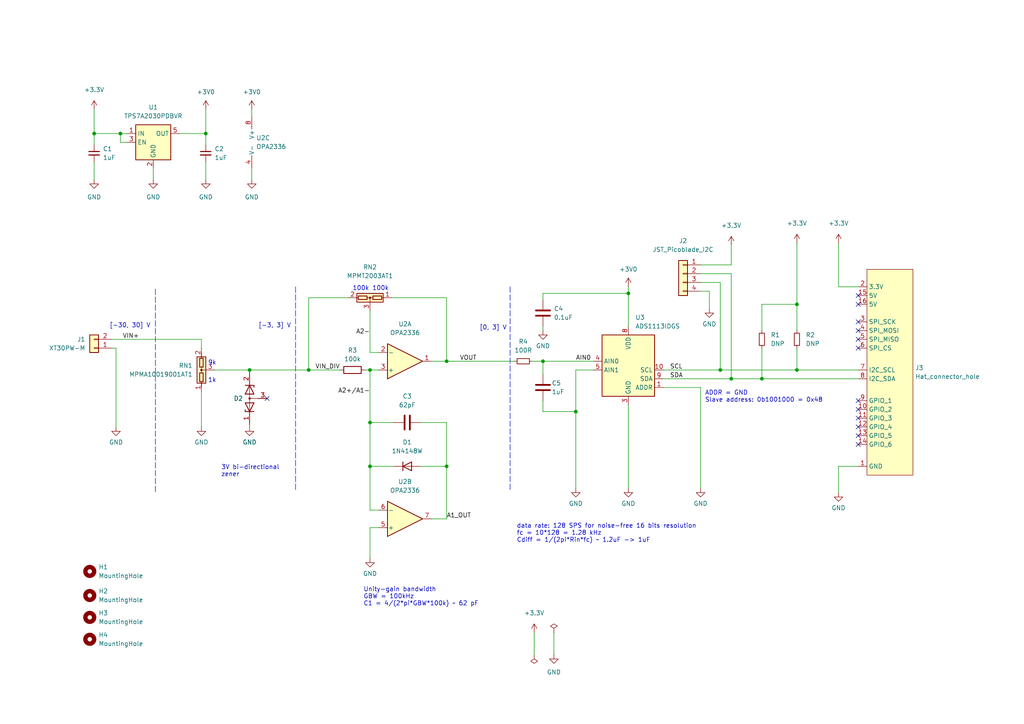
<source format=kicad_sch>
(kicad_sch (version 20211123) (generator eeschema)
  (paper "A4")
  (lib_symbols
    (symbol "0_amplifier_operational:OPA2336" (pin_names (offset 0.127))
      (property "Reference" "U" (at 0 5.08 0))
      (property "Value" "OPA2336" (at 0 -5.08 0))
      (symbol "OPA2336_1_1"
        (polyline (pts (xy -5.08 5.08) (xy 5.08 0) (xy -5.08 -5.08) (xy -5.08 5.08)) (stroke (width 0.254)) (fill (type background)))
        (pin output line (at 7.62 0 180) (length 2.54) (name "~") (number "1"))
        (pin input line (at -7.62 -2.54 0) (length 2.54) (name "-") (number "2"))
        (pin input line (at -7.62 2.54 0) (length 2.54) (name "+") (number "3"))
      )
      (symbol "OPA2336_2_1"
        (polyline (pts (xy -5.08 5.08) (xy 5.08 0) (xy -5.08 -5.08) (xy -5.08 5.08)) (stroke (width 0.254)) (fill (type background)))
        (pin input line (at -7.62 2.54 0) (length 2.54) (name "+") (number "5"))
        (pin input line (at -7.62 -2.54 0) (length 2.54) (name "-") (number "6"))
        (pin output line (at 7.62 0 180) (length 2.54) (name "~") (number "7"))
      )
      (symbol "OPA2336_3_1"
        (pin power_in line (at -2.54 -7.62 90) (length 3.81) (name "V-") (number "4"))
        (pin power_in line (at -2.54 7.62 270) (length 3.81) (name "V+") (number "8"))
      )
    )
    (symbol "0_connectors:Hat_connector_hole"
      (property "Reference" "J" (at 0 0 0))
      (property "Value" "Hat_connector_hole" (at 0 0 0))
      (symbol "Hat_connector_hole_0_0"
        (pin power_in line (at -8.89 -22.86 0) (length 2.54) (name "GND") (number "1"))
        (pin bidirectional line (at -8.89 -6.35 0) (length 2.54) (name "GPIO_2") (number "10"))
        (pin bidirectional line (at -8.89 -8.89 0) (length 2.54) (name "GPIO_3") (number "11"))
        (pin bidirectional line (at -8.89 -11.43 0) (length 2.54) (name "GPIO_4") (number "12"))
        (pin bidirectional line (at -8.89 -13.97 0) (length 2.54) (name "GPIO_5") (number "13"))
        (pin bidirectional line (at -8.89 -16.51 0) (length 2.54) (name "GPIO_6") (number "14"))
        (pin power_in line (at -8.89 26.67 0) (length 2.54) (name "5V") (number "15"))
        (pin power_in line (at -8.89 24.13 0) (length 2.54) (name "5V") (number "16"))
        (pin power_in line (at -8.89 29.21 0) (length 2.54) (name "3.3V") (number "2"))
        (pin output line (at -8.89 19.05 0) (length 2.54) (name "SPI_SCK") (number "3"))
        (pin output line (at -8.89 16.51 0) (length 2.54) (name "SPI_MOSI") (number "4"))
        (pin input line (at -8.89 13.97 0) (length 2.54) (name "SPI_MISO") (number "5"))
        (pin output line (at -8.89 11.43 0) (length 2.54) (name "SPI_CS") (number "6"))
        (pin output line (at -8.89 5.08 0) (length 2.54) (name "I2C_SCL") (number "7"))
        (pin bidirectional line (at -8.89 2.54 0) (length 2.54) (name "I2C_SDA") (number "8"))
        (pin bidirectional line (at -8.89 -3.81 0) (length 2.54) (name "GPIO_1") (number "9"))
      )
      (symbol "Hat_connector_hole_0_1"
        (rectangle (start -6.35 34.29) (end 6.985 -25.4) (fill (type background)))
      )
    )
    (symbol "0_regulator_linear:TPS7A2030PDBVR"
      (property "Reference" "U" (at 0 0 0))
      (property "Value" "TPS7A2030PDBVR" (at 0 8.255 0))
      (symbol "TPS7A2030PDBVR_0_1"
        (rectangle (start -5.08 -5.08) (end 5.08 5.08) (stroke (width 0.254)) (fill (type background)))
        (pin power_in line (at -7.62 2.54 0) (length 2.54) (name "IN") (number "1"))
        (pin power_in line (at 0 -7.62 90) (length 2.54) (name "GND") (number "2"))
        (pin input line (at -7.62 0 0) (length 2.54) (name "EN") (number "3"))
        (pin no_connect line (at 5.08 0 180) (length 2.54) hide (name "NC") (number "4"))
        (pin power_out line (at 7.62 2.54 180) (length 2.54) (name "OUT") (number "5"))
      )
    )
    (symbol "Analog_ADC:ADS1113IDGS"
      (property "Reference" "U" (at 2.54 13.97 0))
      (property "Value" "ADS1113IDGS" (at 7.62 11.43 0))
      (symbol "ADS1113IDGS_0_1"
        (rectangle (start -7.62 10.16) (end 7.62 -7.62) (stroke (width 0.254)) (fill (type background)))
      )
      (symbol "ADS1113IDGS_1_1"
        (pin input line (at 10.16 -5.08 180) (length 2.54) (name "ADDR") (number "1"))
        (pin input line (at 10.16 0 180) (length 2.54) (name "SCL") (number "10"))
        (pin no_connect line (at 7.62 7.62 180) (length 2.54) hide (name "~") (number "2"))
        (pin power_in line (at 0 -10.16 90) (length 2.54) (name "GND") (number "3"))
        (pin input line (at -10.16 2.54 0) (length 2.54) (name "AIN0") (number "4"))
        (pin input line (at -10.16 0 0) (length 2.54) (name "AIN1") (number "5"))
        (pin no_connect line (at 7.62 5.08 180) (length 2.54) hide (name "~") (number "6"))
        (pin no_connect line (at 7.62 2.54 180) (length 2.54) hide (name "~") (number "7"))
        (pin power_in line (at 0 12.7 270) (length 2.54) (name "VDD") (number "8"))
        (pin bidirectional line (at 10.16 -2.54 180) (length 2.54) (name "SDA") (number "9"))
      )
    )
    (symbol "Connector_Generic:Conn_01x02" (pin_names (offset 1.016) hide)
      (property "Reference" "J" (at 0 2.54 0))
      (property "Value" "Conn_01x02" (at 0 -5.08 0))
      (symbol "Conn_01x02_1_1"
        (rectangle (start -1.27 -2.413) (end 0 -2.667) (stroke (width 0.1524)))
        (rectangle (start -1.27 0.127) (end 0 -0.127) (stroke (width 0.1524)))
        (rectangle (start -1.27 1.27) (end 1.27 -3.81) (stroke (width 0.254)) (fill (type background)))
        (pin passive line (at -5.08 0 0) (length 3.81) (name "Pin_1") (number "1"))
        (pin passive line (at -5.08 -2.54 0) (length 3.81) (name "Pin_2") (number "2"))
      )
    )
    (symbol "Connector_Generic:Conn_01x04" (pin_names (offset 1.016) hide)
      (property "Reference" "J" (at 0 5.08 0))
      (property "Value" "Conn_01x04" (at 0 -7.62 0))
      (symbol "Conn_01x04_1_1"
        (rectangle (start -1.27 -4.953) (end 0 -5.207) (stroke (width 0.1524)))
        (rectangle (start -1.27 -2.413) (end 0 -2.667) (stroke (width 0.1524)))
        (rectangle (start -1.27 0.127) (end 0 -0.127) (stroke (width 0.1524)))
        (rectangle (start -1.27 2.667) (end 0 2.413) (stroke (width 0.1524)))
        (rectangle (start -1.27 3.81) (end 1.27 -6.35) (stroke (width 0.254)) (fill (type background)))
        (pin passive line (at -5.08 2.54 0) (length 3.81) (name "Pin_1") (number "1"))
        (pin passive line (at -5.08 0 0) (length 3.81) (name "Pin_2") (number "2"))
        (pin passive line (at -5.08 -2.54 0) (length 3.81) (name "Pin_3") (number "3"))
        (pin passive line (at -5.08 -5.08 0) (length 3.81) (name "Pin_4") (number "4"))
      )
    )
    (symbol "Device:C" (pin_numbers hide) (pin_names (offset 0.254))
      (property "Reference" "C" (at 0.635 2.54 0))
      (property "Value" "C" (at 0.635 -2.54 0))
      (symbol "C_0_1"
        (polyline (pts (xy -2.032 -0.762) (xy 2.032 -0.762)) (stroke (width 0.508)))
        (polyline (pts (xy -2.032 0.762) (xy 2.032 0.762)) (stroke (width 0.508)))
      )
      (symbol "C_1_1"
        (pin passive line (at 0 3.81 270) (length 2.794) (name "~") (number "1"))
        (pin passive line (at 0 -3.81 90) (length 2.794) (name "~") (number "2"))
      )
    )
    (symbol "Device:C_Small" (pin_numbers hide) (pin_names (offset 0.254) hide)
      (property "Reference" "C" (at 0.254 1.778 0))
      (property "Value" "C_Small" (at 0.254 -2.032 0))
      (symbol "C_Small_0_1"
        (polyline (pts (xy -1.524 -0.508) (xy 1.524 -0.508)) (stroke (width 0.3302)))
        (polyline (pts (xy -1.524 0.508) (xy 1.524 0.508)) (stroke (width 0.3048)))
      )
      (symbol "C_Small_1_1"
        (pin passive line (at 0 2.54 270) (length 2.032) (name "~") (number "1"))
        (pin passive line (at 0 -2.54 90) (length 2.032) (name "~") (number "2"))
      )
    )
    (symbol "Device:D_Zener_Dual_CommonAnode_KKA" (pin_names (offset 0.762) hide)
      (property "Reference" "D" (at 1.27 -2.54 0))
      (property "Value" "D_Zener_Dual_CommonAnode_KKA" (at 0 2.54 0))
      (symbol "D_Zener_Dual_CommonAnode_KKA_0_1"
        (polyline (pts (xy -3.556 0) (xy 3.81 0)))
        (polyline (pts (xy 0 0) (xy 0 -2.54)))
        (polyline (pts (xy -3.81 -1.27) (xy -3.81 1.27) (xy -3.302 1.27)) (stroke (width 0.254)))
        (polyline (pts (xy 3.302 -1.27) (xy 3.81 -1.27) (xy 3.81 1.27)) (stroke (width 0.254)))
        (polyline (pts (xy -1.27 -1.27) (xy -3.81 0) (xy -1.27 1.27) (xy -1.27 -1.27) (xy -1.27 -1.27) (xy -1.27 -1.27)) (stroke (width 0.254)))
        (polyline (pts (xy 1.27 1.27) (xy 3.81 0) (xy 1.27 -1.27) (xy 1.27 1.27) (xy 1.27 1.27) (xy 1.27 1.27)) (stroke (width 0.254)))
        (circle (center 0 0) (radius 0.254) (fill (type outline)))
        (pin passive line (at -7.62 0 0) (length 3.81) (name "K") (number "1"))
        (pin passive line (at 7.62 0 180) (length 3.81) (name "K") (number "2"))
        (pin passive line (at 0 -5.08 90) (length 2.54) (name "A") (number "3"))
      )
    )
    (symbol "Device:R" (pin_numbers hide) (pin_names (offset 0))
      (property "Reference" "R" (at 2.032 0 90))
      (property "Value" "R" (at 0 0 90))
      (symbol "R_0_1"
        (rectangle (start -1.016 -2.54) (end 1.016 2.54) (stroke (width 0.254)))
      )
      (symbol "R_1_1"
        (pin passive line (at 0 3.81 270) (length 1.27) (name "~") (number "1"))
        (pin passive line (at 0 -3.81 90) (length 1.27) (name "~") (number "2"))
      )
    )
    (symbol "Device:R_Small" (pin_numbers hide) (pin_names (offset 0.254) hide)
      (property "Reference" "R" (at 0.762 0.508 0))
      (property "Value" "R_Small" (at 0.762 -1.016 0))
      (symbol "R_Small_0_1"
        (rectangle (start -0.762 1.778) (end 0.762 -1.778) (stroke (width 0.2032)))
      )
      (symbol "R_Small_1_1"
        (pin passive line (at 0 2.54 270) (length 0.762) (name "~") (number "1"))
        (pin passive line (at 0 -2.54 90) (length 0.762) (name "~") (number "2"))
      )
    )
    (symbol "Device:VoltageDivider_CenterPin3" (pin_names (offset 0) hide)
      (property "Reference" "RN" (at -4.445 0 90))
      (property "Value" "VoltageDivider_CenterPin3" (at -2.54 0 90))
      (symbol "VoltageDivider_CenterPin3_0_1"
        (rectangle (start -1.27 -3.81) (end 1.27 3.81) (stroke (width 0.254)) (fill (type background)))
        (rectangle (start -0.508 -3.3782) (end 0.508 -0.8382) (stroke (width 0.254)))
        (rectangle (start -0.508 3.3782) (end 0.508 0.8382) (stroke (width 0.254)))
        (polyline (pts (xy 0 -5.08) (xy 0 -3.429)))
        (polyline (pts (xy 0 0.889) (xy 0 -0.889)))
        (polyline (pts (xy 0 5.08) (xy 0 3.3782)))
        (polyline (pts (xy 1.27 0) (xy 0 0)))
        (circle (center 0 0.0254) (radius 0.254) (fill (type outline)))
      )
      (symbol "VoltageDivider_CenterPin3_1_1"
        (pin passive line (at 0 6.35 270) (length 2.54) (name "~") (number "1"))
        (pin passive line (at 0 -6.35 90) (length 2.54) (name "~") (number "2"))
        (pin passive line (at 3.81 0 180) (length 2.54) (name "~") (number "3"))
      )
    )
    (symbol "Diode:1N4148W" (pin_numbers hide) (pin_names hide)
      (property "Reference" "D" (at 0 2.54 0))
      (property "Value" "1N4148W" (at 0 -2.54 0))
      (symbol "1N4148W_0_1"
        (polyline (pts (xy -1.27 1.27) (xy -1.27 -1.27)) (stroke (width 0.254)))
        (polyline (pts (xy 1.27 0) (xy -1.27 0)))
        (polyline (pts (xy 1.27 1.27) (xy 1.27 -1.27) (xy -1.27 0) (xy 1.27 1.27)) (stroke (width 0.254)))
      )
      (symbol "1N4148W_1_1"
        (pin passive line (at -3.81 0 0) (length 2.54) (name "K") (number "1"))
        (pin passive line (at 3.81 0 180) (length 2.54) (name "A") (number "2"))
      )
    )
    (symbol "Mechanical:MountingHole" (pin_names (offset 1.016))
      (property "Reference" "H" (at 0 5.08 0))
      (property "Value" "MountingHole" (at 0 3.175 0))
      (symbol "MountingHole_0_1"
        (circle (center 0 0) (radius 1.27) (stroke (width 1.27)))
      )
    )
    (symbol "power:+3.3V" (power) (pin_names (offset 0))
      (property "Value" "+3.3V" (at 0 3.556 0))
      (symbol "+3.3V_0_1"
        (polyline (pts (xy -0.762 1.27) (xy 0 2.54)))
        (polyline (pts (xy 0 0) (xy 0 2.54)))
        (polyline (pts (xy 0 2.54) (xy 0.762 1.27)))
      )
      (symbol "+3.3V_1_1"
        (pin power_in line (at 0 0 90) (length 0) hide (name "+3.3V") (number "1"))
      )
    )
    (symbol "power:+3V0" (power) (pin_names (offset 0))
      (property "Value" "+3V0" (at 0 3.556 0))
      (symbol "+3V0_0_1"
        (polyline (pts (xy -0.762 1.27) (xy 0 2.54)))
        (polyline (pts (xy 0 0) (xy 0 2.54)))
        (polyline (pts (xy 0 2.54) (xy 0.762 1.27)))
      )
      (symbol "+3V0_1_1"
        (pin power_in line (at 0 0 90) (length 0) hide (name "+3V0") (number "1"))
      )
    )
    (symbol "power:GND" (power) (pin_names (offset 0))
      (property "Value" "GND" (at 0 -3.81 0))
      (symbol "GND_0_1"
        (polyline (pts (xy 0 0) (xy 0 -1.27) (xy 1.27 -1.27) (xy 0 -2.54) (xy -1.27 -1.27) (xy 0 -1.27)))
      )
      (symbol "GND_1_1"
        (pin power_in line (at 0 0 270) (length 0) hide (name "GND") (number "1"))
      )
    )
    (symbol "power:PWR_FLAG" (power) (pin_numbers hide) (pin_names (offset 0) hide)
      (property "Value" "PWR_FLAG" (at 0 3.81 0))
      (symbol "PWR_FLAG_0_0"
        (pin power_out line (at 0 0 90) (length 0) (name "pwr") (number "1"))
      )
      (symbol "PWR_FLAG_0_1"
        (polyline (pts (xy 0 0) (xy 0 1.27) (xy -1.016 1.905) (xy 0 2.54) (xy 1.016 1.905) (xy 0 1.27)))
      )
    )
  )
  (junction (at 157.48 104.775))
  (junction (at 107.315 122.555))
  (junction (at 212.09 109.855))
  (junction (at 27.305 38.735))
  (junction (at 220.98 109.855))
  (junction (at 34.925 38.735))
  (junction (at 107.315 107.315))
  (junction (at 129.54 135.255))
  (junction (at 231.14 88.265))
  (junction (at 167.005 119.38))
  (junction (at 231.14 107.315))
  (junction (at 107.315 135.255))
  (junction (at 89.535 107.315))
  (junction (at 129.54 104.775))
  (junction (at 182.245 85.09))
  (junction (at 208.915 107.315))
  (junction (at 72.39 107.315))
  (junction (at 59.69 38.735))
  (no_connect (at 248.92 85.725))
  (no_connect (at 248.92 98.425))
  (no_connect (at 248.92 95.885))
  (no_connect (at 248.92 93.345))
  (no_connect (at 248.92 88.265))
  (no_connect (at 248.92 100.965))
  (no_connect (at 248.92 121.285))
  (no_connect (at 248.92 116.205))
  (no_connect (at 248.92 118.745))
  (no_connect (at 248.92 123.825))
  (no_connect (at 248.92 128.905))
  (no_connect (at 248.92 126.365))
  (no_connect (at 77.47 115.57))
  (wire (pts (xy 157.48 104.775) (xy 172.085 104.775)))
  (wire (pts (xy 231.14 88.265) (xy 231.14 95.885)))
  (wire (pts (xy 125.095 104.775) (xy 129.54 104.775)))
  (wire (pts (xy 72.39 123.825) (xy 72.39 123.19)))
  (wire (pts (xy 36.83 41.275) (xy 34.925 41.275)))
  (wire (pts (xy 89.535 107.315) (xy 98.425 107.315)))
  (wire (pts (xy 205.74 84.455) (xy 203.2 84.455)))
  (wire (pts (xy 107.315 135.255) (xy 107.315 122.555)))
  (wire (pts (xy 73.025 48.895) (xy 73.025 52.07)))
  (wire (pts (xy 167.005 119.38) (xy 167.005 107.315)))
  (wire (pts (xy 32.385 98.425) (xy 58.42 98.425)))
  (wire (pts (xy 100.965 86.36) (xy 89.535 86.36)))
  (wire (pts (xy 58.42 98.425) (xy 58.42 100.965)))
  (wire (pts (xy 129.54 150.495) (xy 129.54 135.255)))
  (wire (pts (xy 107.315 122.555) (xy 114.3 122.555)))
  (wire (pts (xy 59.69 31.75) (xy 59.69 38.735)))
  (wire (pts (xy 59.69 46.99) (xy 59.69 52.07)))
  (wire (pts (xy 129.54 135.255) (xy 121.92 135.255)))
  (wire (pts (xy 27.305 46.99) (xy 27.305 52.07)))
  (wire (pts (xy 107.315 107.315) (xy 107.315 122.555)))
  (wire (pts (xy 129.54 122.555) (xy 121.92 122.555)))
  (wire (pts (xy 243.205 142.875) (xy 243.205 135.255)))
  (wire (pts (xy 157.48 119.38) (xy 167.005 119.38)))
  (wire (pts (xy 243.205 83.185) (xy 248.92 83.185)))
  (wire (pts (xy 107.315 153.035) (xy 109.855 153.035)))
  (wire (pts (xy 33.655 100.965) (xy 33.655 123.825)))
  (wire (pts (xy 109.855 102.235) (xy 107.315 102.235)))
  (wire (pts (xy 157.48 94.615) (xy 157.48 95.885)))
  (wire (pts (xy 106.045 107.315) (xy 107.315 107.315)))
  (wire (pts (xy 160.655 189.865) (xy 160.655 183.515)))
  (wire (pts (xy 129.54 104.775) (xy 149.225 104.775)))
  (wire (pts (xy 89.535 86.36) (xy 89.535 107.315)))
  (wire (pts (xy 182.245 117.475) (xy 182.245 141.605)))
  (wire (pts (xy 157.48 85.09) (xy 157.48 86.995)))
  (wire (pts (xy 157.48 116.205) (xy 157.48 119.38)))
  (wire (pts (xy 27.305 38.735) (xy 27.305 41.91)))
  (wire (pts (xy 34.925 41.275) (xy 34.925 38.735)))
  (wire (pts (xy 220.98 95.885) (xy 220.98 88.265)))
  (wire (pts (xy 192.405 109.855) (xy 212.09 109.855)))
  (wire (pts (xy 208.915 81.915) (xy 208.915 107.315)))
  (wire (pts (xy 212.09 71.12) (xy 212.09 76.835)))
  (wire (pts (xy 154.94 183.515) (xy 154.94 189.865)))
  (wire (pts (xy 62.23 107.315) (xy 72.39 107.315)))
  (wire (pts (xy 212.09 109.855) (xy 220.98 109.855)))
  (wire (pts (xy 212.09 79.375) (xy 212.09 109.855)))
  (wire (pts (xy 107.315 161.925) (xy 107.315 153.035)))
  (wire (pts (xy 205.74 89.535) (xy 205.74 84.455)))
  (wire (pts (xy 107.315 107.315) (xy 109.855 107.315)))
  (wire (pts (xy 182.245 83.185) (xy 182.245 85.09)))
  (wire (pts (xy 27.305 38.735) (xy 34.925 38.735)))
  (wire (pts (xy 34.925 38.735) (xy 36.83 38.735)))
  (wire (pts (xy 125.095 150.495) (xy 129.54 150.495)))
  (wire (pts (xy 220.98 88.265) (xy 231.14 88.265)))
  (wire (pts (xy 109.855 147.955) (xy 107.315 147.955)))
  (polyline (pts (xy 45.085 83.82) (xy 45.085 142.875)))
  (wire (pts (xy 129.54 135.255) (xy 129.54 122.555)))
  (wire (pts (xy 231.14 100.965) (xy 231.14 107.315)))
  (wire (pts (xy 167.005 107.315) (xy 172.085 107.315)))
  (wire (pts (xy 203.2 112.395) (xy 192.405 112.395)))
  (wire (pts (xy 107.315 147.955) (xy 107.315 135.255)))
  (wire (pts (xy 157.48 104.775) (xy 157.48 108.585)))
  (wire (pts (xy 243.205 135.255) (xy 248.92 135.255)))
  (wire (pts (xy 113.665 86.36) (xy 129.54 86.36)))
  (wire (pts (xy 182.245 85.09) (xy 182.245 94.615)))
  (wire (pts (xy 231.14 70.485) (xy 231.14 88.265)))
  (wire (pts (xy 208.915 107.315) (xy 231.14 107.315)))
  (wire (pts (xy 203.2 81.915) (xy 208.915 81.915)))
  (wire (pts (xy 44.45 52.07) (xy 44.45 48.895)))
  (wire (pts (xy 182.245 85.09) (xy 157.48 85.09)))
  (wire (pts (xy 72.39 107.315) (xy 89.535 107.315)))
  (wire (pts (xy 129.54 86.36) (xy 129.54 104.775)))
  (wire (pts (xy 203.2 79.375) (xy 212.09 79.375)))
  (wire (pts (xy 27.305 31.75) (xy 27.305 38.735)))
  (wire (pts (xy 167.005 119.38) (xy 167.005 141.605)))
  (wire (pts (xy 231.14 107.315) (xy 248.92 107.315)))
  (wire (pts (xy 243.205 70.485) (xy 243.205 83.185)))
  (wire (pts (xy 58.42 113.665) (xy 58.42 123.825)))
  (wire (pts (xy 59.69 38.735) (xy 59.69 41.91)))
  (wire (pts (xy 107.315 102.235) (xy 107.315 90.17)))
  (wire (pts (xy 192.405 107.315) (xy 208.915 107.315)))
  (wire (pts (xy 203.2 112.395) (xy 203.2 141.605)))
  (wire (pts (xy 72.39 107.315) (xy 72.39 107.95)))
  (wire (pts (xy 107.315 135.255) (xy 114.3 135.255)))
  (polyline (pts (xy 147.955 83.185) (xy 147.955 142.24)))
  (wire (pts (xy 220.98 100.965) (xy 220.98 109.855)))
  (wire (pts (xy 154.305 104.775) (xy 157.48 104.775)))
  (wire (pts (xy 220.98 109.855) (xy 248.92 109.855)))
  (polyline (pts (xy 85.725 83.185) (xy 85.725 142.24)))
  (wire (pts (xy 33.655 100.965) (xy 32.385 100.965)))
  (wire (pts (xy 59.69 38.735) (xy 52.07 38.735)))
  (wire (pts (xy 73.025 31.75) (xy 73.025 33.655)))
  (wire (pts (xy 212.09 76.835) (xy 203.2 76.835)))
  (text "[-3, 3] V" (at 74.93 95.25 0) (effects (font (size 1.27 1.27)) (justify left bottom)))
  (text "data rate: 128 SPS for noise-free 16 bits resolution\nfc = 10*128 = 1.28 kHz\nCdiff = 1/(2pi*Rin*fc) ~ 1.2uF -> 1uF " (at 149.86 157.48 0) (effects (font (size 1.27 1.27)) (justify left bottom)))
  (text "[-30, 30] V" (at 31.75 95.25 0) (effects (font (size 1.27 1.27)) (justify left bottom)))
  (text "9k" (at 60.325 106.045 0) (effects (font (size 1.27 1.27)) (justify left bottom)))
  (text "100k" (at 102.235 84.455 0) (effects (font (size 1.27 1.27)) (justify left bottom)))
  (text "100k" (at 107.95 84.455 0) (effects (font (size 1.27 1.27)) (justify left bottom)))
  (text "[0, 3] V" (at 139.065 95.885 0) (effects (font (size 1.27 1.27)) (justify left bottom)))
  (text "3V bi-directional \nzener" (at 64.135 138.43 0) (effects (font (size 1.27 1.27)) (justify left bottom)))
  (text "1k" (at 60.325 111.125 0) (effects (font (size 1.27 1.27)) (justify left bottom)))
  (text "Unity-gain bandwidth \nGBW = 100kHz\nC1 = 4/(2*pi*GBW*100k) ~ 62 pF" (at 105.41 175.895 0) (effects (font (size 1.27 1.27)) (justify left bottom)))
  (text "ADDR = GND\nSlave address: 0b1001000 = 0x48\n" (at 204.47 116.84 0) (effects (font (size 1.27 1.27)) (justify left bottom)))
  (label "SDA" (at 194.31 109.855 0))
  (label "VOUT" (at 133.35 104.775 0))
  (label "AIN0" (at 167.005 104.775 0))
  (label "A1_OUT" (at 129.54 150.495 0))
  (label "VIN+" (at 35.56 98.425 0))
  (label "VIN_DIV" (at 91.44 107.315 0))
  (label "A2+{slash}A1-" (at 107.315 114.3 180))
  (label "A2-" (at 107.315 97.155 180))
  (label "SCL" (at 194.31 107.315 0))
  (symbol (lib_id "Mechanical:MountingHole") (at 26.035 179.07 0) (unit 1) (in_bom no)
    (property "Reference" "H3" (at 28.575 177.7999 0) (effects (justify left)))
    (property "Value" "MountingHole" (at 28.575 180.3399 0) (effects (justify left)))
    (property "Footprint" "MountingHole:MountingHole_2.2mm_M2" (effects hide))
  )
  (symbol (lib_id "Device:C_Small") (at 27.305 44.45 0) (unit 1)
    (property "Reference" "C1" (at 29.845 43.1862 0) (effects (justify left)))
    (property "Value" "1uF" (at 29.845 45.7262 0) (effects (justify left)))
    (property "Footprint" "Capacitor_SMD:C_0603_1608Metric" (effects hide))
  )
  (symbol (lib_id "0_amplifier_operational:OPA2336") (at 75.565 41.275 0) (unit 3)
    (property "Reference" "U2" (at 74.295 40.0049 0) (effects (justify left)))
    (property "Value" "OPA2336" (at 74.295 42.5449 0) (effects (justify left)))
    (property "Footprint" "Package_SO:SOIC-8_3.9x4.9mm_P1.27mm" (effects hide))
    (property "Datasheet" "https://www.ti.com/lit/ds/sbos068c/sbos068c.pdf" (effects hide))
    (property "Manufacturer ref" "OPA2336UA/2K5" (effects hide))
    (property "Digikey ref" "296-41352-1-ND" (effects hide))
  )
  (symbol (lib_id "power:+3V0") (at 59.69 31.75 0) (unit 1)
    (property "Reference" "#PWR05" (effects hide))
    (property "Value" "+3V0" (at 59.69 26.67 0))
  )
  (symbol (lib_id "power:+3.3V") (at 212.09 71.12 0) (unit 1)
    (property "Reference" "#PWR018" (effects hide))
    (property "Value" "+3.3V" (at 212.09 65.405 0))
  )
  (symbol (lib_id "Connector_Generic:Conn_01x02") (at 27.305 100.965 180) (unit 1)
    (property "Reference" "J1" (at 24.765 98.425 0) (effects (justify left)))
    (property "Value" "XT30PW-M" (at 24.765 100.965 0) (effects (justify left)))
    (property "Footprint" "0_connectors:AMASS_XT30PW-M_1x02_P2.50mm_Horizontal" (effects hide))
    (property "Datasheet" "https://www.tme.eu/Document/6eb2005a51a52592b3f19e8a450c54c8/XT30PW-M.pdf" (effects hide))
    (property "Manufacturer ref" "XT30PW-M" (effects hide))
    (property "TME ref" "XT30PW-M" (effects hide))
  )
  (symbol (lib_id "power:GND") (at 243.205 142.875 0) (unit 1)
    (property "Reference" "#PWR022" (effects hide))
    (property "Value" "GND" (at 243.205 147.32 0))
  )
  (symbol (lib_id "power:+3V0") (at 182.245 83.185 0) (unit 1)
    (property "Reference" "#PWR014" (effects hide))
    (property "Value" "+3V0" (at 182.245 78.105 0))
  )
  (symbol (lib_id "Analog_ADC:ADS1113IDGS") (at 182.245 107.315 0) (unit 1)
    (property "Reference" "U3" (at 184.2644 92.075 0) (effects (justify left)))
    (property "Value" "ADS1113IDGS" (at 184.2644 94.615 0) (effects (justify left)))
    (property "Footprint" "Package_SO:TSSOP-10_3x3mm_P0.5mm" (effects hide))
    (property "Datasheet" "http://www.ti.com/lit/ds/symlink/ads1113.pdf" (effects hide))
    (property "Manufacturer ref" "ADS1113IDGST" (effects hide))
    (property "Digikey ref" "296-24930-1-ND" (effects hide))
  )
  (symbol (lib_id "power:+3V0") (at 73.025 31.75 0) (unit 1)
    (property "Reference" "#PWR08" (effects hide))
    (property "Value" "+3V0" (at 73.025 26.67 0))
  )
  (symbol (lib_id "power:PWR_FLAG") (at 154.94 189.865 180) (unit 1)
    (property "Reference" "#FLG0102" (effects hide))
    (property "Value" "PWR_FLAG" (effects hide))
  )
  (symbol (lib_id "Device:D_Zener_Dual_CommonAnode_KKA") (at 72.39 115.57 90) (unit 1)
    (property "Reference" "D2" (at 70.485 115.57 90) (effects (justify left)))
    (property "Value" "DAZ23C3V0-7-F" (at 69.215 116.8399 90) (effects (font (size 0 0)) (justify left)))
    (property "Footprint" "Package_TO_SOT_SMD:SOT-23" (effects hide))
    (property "Datasheet" "https://www.diodes.com/assets/Datasheets/AZ23C2V7-AZ23C51.pdf" (effects hide))
    (property "Manufacturer ref" "DAZ23C3V0-7-F" (effects hide))
    (property "Digikey ref" "AZ23C3V0-FDICT-ND" (effects hide))
  )
  (symbol (lib_id "power:GND") (at 167.005 141.605 0) (unit 1)
    (property "Reference" "#PWR013" (effects hide))
    (property "Value" "GND" (at 167.005 146.05 0))
  )
  (symbol (lib_id "power:+3.3V") (at 27.305 31.75 0) (unit 1)
    (property "Reference" "#PWR01" (effects hide))
    (property "Value" "+3.3V" (at 27.305 26.035 0))
  )
  (symbol (lib_id "Device:C") (at 157.48 112.395 0) (unit 1)
    (property "Reference" "C5" (at 160.02 111.125 0) (effects (justify left)))
    (property "Value" "1uF" (at 160.02 113.665 0) (effects (justify left)))
    (property "Footprint" "Capacitor_SMD:C_0603_1608Metric" (effects hide))
  )
  (symbol (lib_id "Device:R_Small") (at 220.98 98.425 0) (unit 1)
    (property "Reference" "R1" (at 223.52 97.1549 0) (effects (justify left)))
    (property "Value" "DNP" (at 223.52 99.6949 0) (effects (justify left)))
    (property "Footprint" "Capacitor_SMD:C_0603_1608Metric" (effects hide))
  )
  (symbol (lib_id "0_connectors:Hat_connector_hole") (at 257.81 112.395 0) (unit 1)
    (property "Reference" "J3" (at 265.43 106.6799 0) (effects (justify left)))
    (property "Value" "Hat_connector_hole" (at 265.43 109.2199 0) (effects (justify left)))
    (property "Footprint" "0_connectors:Hat_connector_hole" (effects hide))
  )
  (symbol (lib_id "Device:R_Small") (at 151.765 104.775 90) (unit 1)
    (property "Reference" "R4" (at 151.765 99.06 90))
    (property "Value" "100R" (at 151.765 101.6 90))
    (property "Footprint" "Capacitor_SMD:C_0603_1608Metric" (effects hide))
  )
  (symbol (lib_id "Connector_Generic:Conn_01x04") (at 198.12 79.375 0) (mirror y) (unit 1)
    (property "Reference" "J2" (at 198.12 69.85 0))
    (property "Value" "JST_Picoblade_I2C" (at 198.12 72.39 0))
    (property "Footprint" "0_connectors:Picoblade_JST-GH-1x04_1.25mm_Horizontal" (effects hide))
  )
  (symbol (lib_id "power:GND") (at 59.69 52.07 0) (unit 1)
    (property "Reference" "#PWR06" (effects hide))
    (property "Value" "GND" (at 59.69 57.15 0))
  )
  (symbol (lib_id "power:GND") (at 157.48 95.885 0) (unit 1)
    (property "Reference" "#PWR012" (effects hide))
    (property "Value" "GND" (at 157.48 100.33 0))
  )
  (symbol (lib_id "Device:VoltageDivider_CenterPin3") (at 58.42 107.315 0) (mirror x) (unit 1)
    (property "Reference" "RN1" (at 55.88 106.0449 0) (effects (justify right)))
    (property "Value" "MPMA10019001AT1" (at 55.88 108.5849 0) (effects (justify right)))
    (property "Footprint" "Package_TO_SOT_SMD:SOT-23" (effects hide))
    (property "Datasheet" "https://www.vishay.com/docs/60001/mpm.pdf" (effects hide))
    (property "Manufacturer ref" "MPMA10019001AT1" (effects hide))
    (property "Digikey ref" "764-1561-1-ND" (effects hide))
  )
  (symbol (lib_id "Device:R") (at 102.235 107.315 90) (unit 1)
    (property "Reference" "R3" (at 102.235 101.6 90))
    (property "Value" "100k" (at 102.235 104.14 90))
    (property "Footprint" "Capacitor_SMD:C_0603_1608Metric" (effects hide))
    (property "Datasheet" "https://www.yageo.com/upload/media/product/productsearch/datasheet/rchip/PYu-RT_1-to-0.01_RoHS_L_12.pdf" (effects hide))
    (property "Manufacturer ref" "RT0603BRB07100KL" (effects hide))
    (property "Digikey ref" "YAG5936CT-ND" (effects hide))
  )
  (symbol (lib_id "power:GND") (at 182.245 141.605 0) (unit 1)
    (property "Reference" "#PWR015" (effects hide))
    (property "Value" "GND" (at 182.245 146.05 0))
  )
  (symbol (lib_id "power:GND") (at 33.655 123.825 0) (unit 1)
    (property "Reference" "#PWR03" (effects hide))
    (property "Value" "GND" (at 33.655 128.27 0))
  )
  (symbol (lib_id "Mechanical:MountingHole") (at 26.035 172.72 0) (unit 1) (in_bom no)
    (property "Reference" "H2" (at 28.575 171.4499 0) (effects (justify left)))
    (property "Value" "MountingHole" (at 28.575 173.9899 0) (effects (justify left)))
    (property "Footprint" "MountingHole:MountingHole_2.2mm_M2" (effects hide))
  )
  (symbol (lib_id "Device:R_Small") (at 231.14 98.425 0) (unit 1)
    (property "Reference" "R2" (at 233.68 97.1549 0) (effects (justify left)))
    (property "Value" "DNP" (at 233.68 99.6949 0) (effects (justify left)))
    (property "Footprint" "Capacitor_SMD:C_0603_1608Metric" (effects hide))
  )
  (symbol (lib_id "Device:C_Small") (at 59.69 44.45 0) (unit 1)
    (property "Reference" "C2" (at 62.23 43.1862 0) (effects (justify left)))
    (property "Value" "1uF" (at 62.23 45.7262 0) (effects (justify left)))
    (property "Footprint" "Capacitor_SMD:C_0603_1608Metric" (effects hide))
  )
  (symbol (lib_id "power:GND") (at 73.025 52.07 0) (unit 1)
    (property "Reference" "#PWR09" (effects hide))
    (property "Value" "GND" (at 73.025 57.15 0))
  )
  (symbol (lib_id "Mechanical:MountingHole") (at 26.035 165.735 0) (unit 1) (in_bom no)
    (property "Reference" "H1" (at 28.575 164.4649 0) (effects (justify left)))
    (property "Value" "MountingHole" (at 28.575 167.0049 0) (effects (justify left)))
    (property "Footprint" "MountingHole:MountingHole_2.2mm_M2" (effects hide))
  )
  (symbol (lib_id "power:GND") (at 160.655 189.865 0) (unit 1)
    (property "Reference" "#PWR0101" (effects hide))
    (property "Value" "GND" (at 160.655 194.945 0))
  )
  (symbol (lib_id "power:+3.3V") (at 231.14 70.485 0) (unit 1)
    (property "Reference" "#PWR020" (effects hide))
    (property "Value" "+3.3V" (at 231.14 64.77 0))
  )
  (symbol (lib_id "power:+3.3V") (at 243.205 70.485 0) (unit 1)
    (property "Reference" "#PWR021" (effects hide))
    (property "Value" "+3.3V" (at 243.205 64.77 0))
  )
  (symbol (lib_id "Device:C") (at 157.48 90.805 0) (unit 1)
    (property "Reference" "C4" (at 160.655 89.5349 0) (effects (justify left)))
    (property "Value" "0.1uF" (at 160.655 92.0749 0) (effects (justify left)))
    (property "Footprint" "Capacitor_SMD:C_0603_1608Metric" (effects hide))
  )
  (symbol (lib_id "Device:VoltageDivider_CenterPin3") (at 107.315 86.36 270) (unit 1)
    (property "Reference" "RN2" (at 107.315 77.47 90))
    (property "Value" "MPMT2003AT1" (at 107.315 80.01 90))
    (property "Footprint" "Package_TO_SOT_SMD:SOT-23" (effects hide))
    (property "Datasheet" "https://www.vishay.com/docs/60001/mpm.pdf" (effects hide))
    (property "Manufacturer ref" "MPMT2003AT1" (effects hide))
    (property "Digikey ref" "MPMT-100K/100KCT-ND" (effects hide))
  )
  (symbol (lib_id "power:GND") (at 107.315 161.925 0) (unit 1)
    (property "Reference" "#PWR011" (effects hide))
    (property "Value" "GND" (at 107.315 166.37 0))
  )
  (symbol (lib_id "power:PWR_FLAG") (at 160.655 183.515 0) (unit 1)
    (property "Reference" "#FLG0101" (effects hide))
    (property "Value" "PWR_FLAG" (effects hide))
  )
  (symbol (lib_id "Mechanical:MountingHole") (at 26.035 185.42 0) (unit 1) (in_bom no)
    (property "Reference" "H4" (at 28.575 184.1499 0) (effects (justify left)))
    (property "Value" "MountingHole" (at 28.575 186.6899 0) (effects (justify left)))
    (property "Footprint" "MountingHole:MountingHole_2.2mm_M2" (effects hide))
  )
  (symbol (lib_id "power:GND") (at 205.74 89.535 0) (unit 1)
    (property "Reference" "#PWR017" (effects hide))
    (property "Value" "GND" (at 205.74 93.98 0))
  )
  (symbol (lib_id "0_amplifier_operational:OPA2336") (at 117.475 104.775 0) (mirror x) (unit 1)
    (property "Reference" "U2" (at 117.475 93.98 0))
    (property "Value" "OPA2336" (at 117.475 96.52 0))
    (property "Footprint" "Package_SO:SOIC-8_3.9x4.9mm_P1.27mm" (effects hide))
    (property "Datasheet" "https://www.ti.com/lit/ds/sbos068c/sbos068c.pdf" (effects hide))
    (property "Manufacturer ref" "OPA2336UA/2K5" (effects hide))
    (property "Digikey ref" "296-41352-1-ND" (effects hide))
  )
  (symbol (lib_id "power:GND") (at 203.2 141.605 0) (unit 1)
    (property "Reference" "#PWR016" (effects hide))
    (property "Value" "GND" (at 203.2 146.05 0))
  )
  (symbol (lib_id "power:GND") (at 58.42 123.825 0) (unit 1)
    (property "Reference" "#PWR07" (effects hide))
    (property "Value" "GND" (at 58.42 128.27 0))
  )
  (symbol (lib_id "Device:C") (at 118.11 122.555 90) (unit 1)
    (property "Reference" "C3" (at 118.11 114.935 90))
    (property "Value" "62pF" (at 118.11 117.475 90))
    (property "Footprint" "Capacitor_SMD:C_0603_1608Metric" (effects hide))
    (property "Datasheet" "https://datasheets.kyocera-avx.com/U-Series.pdf" (effects hide))
    (property "Manufacurer ref" "06031U620FAT2A" (effects hide))
    (property "Digikey ref" "478-10243-1-ND" (effects hide))
  )
  (symbol (lib_id "power:GND") (at 44.45 52.07 0) (unit 1)
    (property "Reference" "#PWR04" (effects hide))
    (property "Value" "GND" (at 44.45 57.15 0))
  )
  (symbol (lib_id "power:GND") (at 72.39 123.825 0) (unit 1)
    (property "Reference" "#PWR010" (effects hide))
    (property "Value" "GND" (at 72.39 128.27 0))
  )
  (symbol (lib_id "0_amplifier_operational:OPA2336") (at 117.475 150.495 0) (mirror x) (unit 2)
    (property "Reference" "U2" (at 117.475 139.7 0))
    (property "Value" "OPA2336" (at 117.475 142.24 0))
    (property "Footprint" "Package_SO:SOIC-8_3.9x4.9mm_P1.27mm" (effects hide))
    (property "Datasheet" "https://www.ti.com/lit/ds/sbos068c/sbos068c.pdf" (effects hide))
    (property "Manufacturer ref" "OPA2336UA/2K5" (effects hide))
    (property "Digikey ref" "296-41352-1-ND" (effects hide))
  )
  (symbol (lib_id "power:+3.3V") (at 154.94 183.515 0) (unit 1)
    (property "Reference" "#PWR0102" (effects hide))
    (property "Value" "+3.3V" (at 154.94 177.8 0))
  )
  (symbol (lib_id "0_regulator_linear:TPS7A2030PDBVR") (at 44.45 41.275 0) (unit 1)
    (property "Reference" "U1" (at 44.45 31.115 0))
    (property "Value" "TPS7A2030PDBVR" (at 44.45 33.655 0))
    (property "Footprint" "Package_TO_SOT_SMD:SOT-23-5" (effects hide))
    (property "Datasheet" "https://www.ti.com/lit/ds/symlink/tps7a20.pdf?HQS=dis-dk-null-digikeymode-dsf-pf-null-wwe&ts=1667736407145" (effects hide))
    (property "Manufacturer ref" "TPS7A2030PDBVR" (effects hide))
    (property "Digikey ref" "296-TPS7A2030PDBVRCT-ND" (effects hide))
  )
  (symbol (lib_id "Diode:1N4148W") (at 118.11 135.255 0) (unit 1)
    (property "Reference" "D1" (at 118.11 128.27 0))
    (property "Value" "1N4148W" (at 118.11 130.81 0))
    (property "Footprint" "Diode_SMD:D_SOD-123" (effects hide))
    (property "Datasheet" "https://www.vishay.com/docs/85748/1n4148w.pdf" (effects hide))
    (property "Manufaturer ref" "IN4148W" (effects hide))
    (property "Digikey ref" "1655-1N4148WCT-ND" (effects hide))
  )
  (symbol (lib_id "power:GND") (at 27.305 52.07 0) (unit 1)
    (property "Reference" "#PWR02" (effects hide))
    (property "Value" "GND" (at 27.305 57.15 0))
  )
)
</source>
